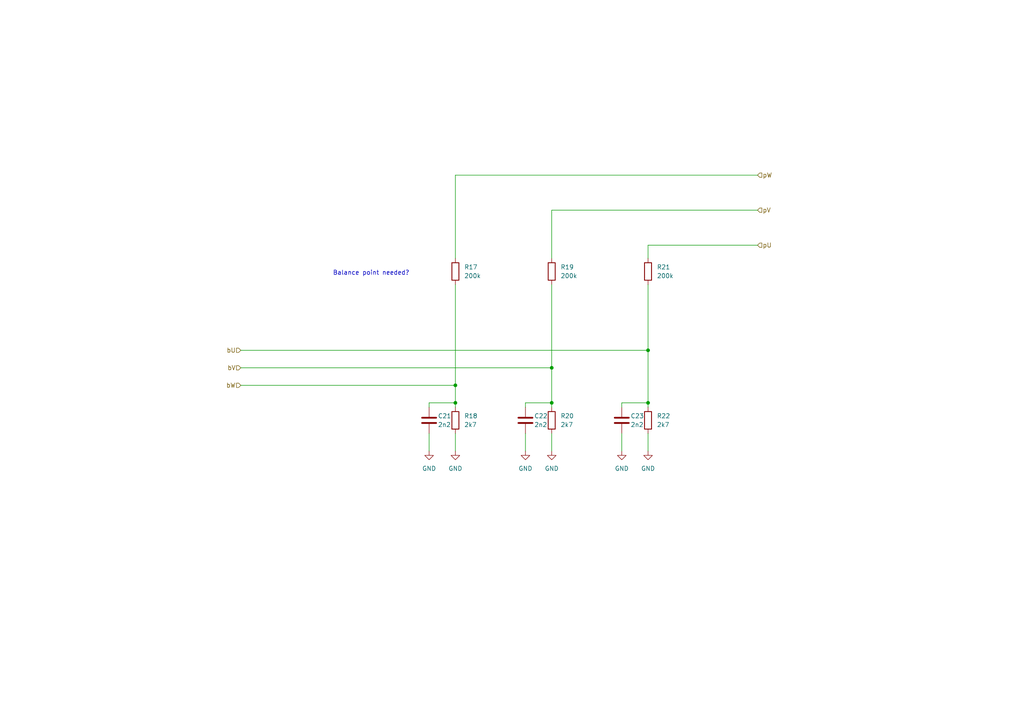
<source format=kicad_sch>
(kicad_sch (version 20211123) (generator eeschema)
  (paper "A4")
  (lib_symbols
    (symbol "Device:C" (pin_numbers hide) (pin_names (offset 0.254))
      (property "Reference" "C" (at 0.635 2.54 0))
      (property "Value" "C" (at 0.635 -2.54 0))
      (symbol "C_0_1"
        (polyline (pts (xy -2.032 -0.762) (xy 2.032 -0.762)) (stroke (width 0.508)))
        (polyline (pts (xy -2.032 0.762) (xy 2.032 0.762)) (stroke (width 0.508)))
      )
      (symbol "C_1_1"
        (pin passive line (at 0 3.81 270) (length 2.794) (name "~") (number "1"))
        (pin passive line (at 0 -3.81 90) (length 2.794) (name "~") (number "2"))
      )
    )
    (symbol "Device:R" (pin_numbers hide) (pin_names (offset 0))
      (property "Reference" "R" (at 2.032 0 90))
      (property "Value" "R" (at 0 0 90))
      (symbol "R_0_1"
        (rectangle (start -1.016 -2.54) (end 1.016 2.54) (stroke (width 0.254)))
      )
      (symbol "R_1_1"
        (pin passive line (at 0 3.81 270) (length 1.27) (name "~") (number "1"))
        (pin passive line (at 0 -3.81 90) (length 1.27) (name "~") (number "2"))
      )
    )
    (symbol "power:GND" (power) (pin_names (offset 0))
      (property "Value" "GND" (at 0 -3.81 0))
      (symbol "GND_0_1"
        (polyline (pts (xy 0 0) (xy 0 -1.27) (xy 1.27 -1.27) (xy 0 -2.54) (xy -1.27 -1.27) (xy 0 -1.27)))
      )
      (symbol "GND_1_1"
        (pin power_in line (at 0 0 270) (length 0) hide (name "GND") (number "1"))
      )
    )
  )
  (junction (at 187.96 101.6))
  (junction (at 132.08 111.76))
  (junction (at 132.08 116.84))
  (junction (at 187.96 116.84))
  (junction (at 160.02 116.84))
  (junction (at 160.02 106.68))
  (wire (pts (xy 132.08 82.55) (xy 132.08 111.76)))
  (wire (pts (xy 124.46 118.11) (xy 124.46 116.84)))
  (wire (pts (xy 69.85 101.6) (xy 187.96 101.6)))
  (wire (pts (xy 187.96 74.93) (xy 187.96 71.12)))
  (wire (pts (xy 187.96 116.84) (xy 187.96 118.11)))
  (wire (pts (xy 132.08 74.93) (xy 132.08 50.8)))
  (wire (pts (xy 69.85 106.68) (xy 160.02 106.68)))
  (wire (pts (xy 124.46 125.73) (xy 124.46 130.81)))
  (wire (pts (xy 152.4 125.73) (xy 152.4 130.81)))
  (wire (pts (xy 187.96 82.55) (xy 187.96 101.6)))
  (wire (pts (xy 160.02 116.84) (xy 160.02 118.11)))
  (wire (pts (xy 160.02 82.55) (xy 160.02 106.68)))
  (wire (pts (xy 132.08 111.76) (xy 132.08 116.84)))
  (wire (pts (xy 132.08 50.8) (xy 219.71 50.8)))
  (wire (pts (xy 180.34 118.11) (xy 180.34 116.84)))
  (wire (pts (xy 160.02 60.96) (xy 219.71 60.96)))
  (wire (pts (xy 152.4 116.84) (xy 160.02 116.84)))
  (wire (pts (xy 187.96 101.6) (xy 187.96 116.84)))
  (wire (pts (xy 132.08 125.73) (xy 132.08 130.81)))
  (wire (pts (xy 180.34 116.84) (xy 187.96 116.84)))
  (wire (pts (xy 124.46 116.84) (xy 132.08 116.84)))
  (wire (pts (xy 160.02 74.93) (xy 160.02 60.96)))
  (wire (pts (xy 187.96 125.73) (xy 187.96 130.81)))
  (wire (pts (xy 160.02 125.73) (xy 160.02 130.81)))
  (wire (pts (xy 180.34 125.73) (xy 180.34 130.81)))
  (wire (pts (xy 160.02 106.68) (xy 160.02 116.84)))
  (wire (pts (xy 69.85 111.76) (xy 132.08 111.76)))
  (wire (pts (xy 187.96 71.12) (xy 219.71 71.12)))
  (wire (pts (xy 132.08 116.84) (xy 132.08 118.11)))
  (wire (pts (xy 152.4 118.11) (xy 152.4 116.84)))
  (text "Balance point needed?\n" (at 96.52 80.01 0) (effects (font (size 1.27 1.27)) (justify left bottom)))
  (hierarchical_label "bW" (shape input) (at 69.85 111.76 180))
  (hierarchical_label "pU" (shape input) (at 219.71 71.12 0))
  (hierarchical_label "pV" (shape input) (at 219.71 60.96 0))
  (hierarchical_label "pW" (shape input) (at 219.71 50.8 0))
  (hierarchical_label "bV" (shape input) (at 69.85 106.68 180))
  (hierarchical_label "bU" (shape input) (at 69.85 101.6 180))
  (symbol (lib_id "Device:R") (at 132.08 78.74 0) (unit 1)
    (property "Reference" "R17" (at 134.62 77.4699 0) (effects (justify left)))
    (property "Value" "200k" (at 134.62 80.0099 0) (effects (justify left)))
    (property "Footprint" "Resistor_SMD:R_0805_2012Metric" (effects hide))
  )
  (symbol (lib_id "power:GND") (at 152.4 130.81 0) (unit 1)
    (property "Reference" "#PWR0144" (effects hide))
    (property "Value" "GND" (at 152.4 135.89 0))
  )
  (symbol (lib_id "Device:R") (at 160.02 121.92 0) (unit 1)
    (property "Reference" "R20" (at 162.56 120.6499 0) (effects (justify left)))
    (property "Value" "2k7" (at 162.56 123.1899 0) (effects (justify left)))
    (property "Footprint" "Resistor_SMD:R_0603_1608Metric" (effects hide))
  )
  (symbol (lib_id "power:GND") (at 187.96 130.81 0) (unit 1)
    (property "Reference" "#PWR0142" (effects hide))
    (property "Value" "GND" (at 187.96 135.89 0))
  )
  (symbol (lib_id "Device:R") (at 187.96 78.74 0) (unit 1)
    (property "Reference" "R21" (at 190.5 77.4699 0) (effects (justify left)))
    (property "Value" "200k" (at 190.5 80.0099 0) (effects (justify left)))
    (property "Footprint" "Resistor_SMD:R_0805_2012Metric" (effects hide))
  )
  (symbol (lib_id "Device:C") (at 124.46 121.92 0) (unit 1)
    (property "Reference" "C21" (at 127 120.65 0) (effects (justify left)))
    (property "Value" "2n2" (at 127 123.19 0) (effects (justify left)))
    (property "Footprint" "Capacitor_SMD:C_0603_1608Metric" (effects hide))
  )
  (symbol (lib_id "power:GND") (at 132.08 130.81 0) (unit 1)
    (property "Reference" "#PWR0145" (effects hide))
    (property "Value" "GND" (at 132.08 135.89 0))
  )
  (symbol (lib_id "Device:R") (at 132.08 121.92 0) (unit 1)
    (property "Reference" "R18" (at 134.62 120.6499 0) (effects (justify left)))
    (property "Value" "2k7" (at 134.62 123.1899 0) (effects (justify left)))
    (property "Footprint" "Resistor_SMD:R_0603_1608Metric" (effects hide))
  )
  (symbol (lib_id "Device:C") (at 152.4 121.92 0) (unit 1)
    (property "Reference" "C22" (at 154.94 120.65 0) (effects (justify left)))
    (property "Value" "2n2" (at 154.94 123.19 0) (effects (justify left)))
    (property "Footprint" "Capacitor_SMD:C_0603_1608Metric" (effects hide))
  )
  (symbol (lib_id "power:GND") (at 180.34 130.81 0) (unit 1)
    (property "Reference" "#PWR0141" (effects hide))
    (property "Value" "GND" (at 180.34 135.89 0))
  )
  (symbol (lib_id "power:GND") (at 160.02 130.81 0) (unit 1)
    (property "Reference" "#PWR0143" (effects hide))
    (property "Value" "GND" (at 160.02 135.89 0))
  )
  (symbol (lib_id "Device:C") (at 180.34 121.92 0) (unit 1)
    (property "Reference" "C23" (at 182.88 120.65 0) (effects (justify left)))
    (property "Value" "2n2" (at 182.88 123.19 0) (effects (justify left)))
    (property "Footprint" "Capacitor_SMD:C_0603_1608Metric" (effects hide))
  )
  (symbol (lib_id "power:GND") (at 124.46 130.81 0) (unit 1)
    (property "Reference" "#PWR0146" (effects hide))
    (property "Value" "GND" (at 124.46 135.89 0))
  )
  (symbol (lib_id "Device:R") (at 187.96 121.92 0) (unit 1)
    (property "Reference" "R22" (at 190.5 120.6499 0) (effects (justify left)))
    (property "Value" "2k7" (at 190.5 123.1899 0) (effects (justify left)))
    (property "Footprint" "Resistor_SMD:R_0603_1608Metric" (effects hide))
  )
  (symbol (lib_id "Device:R") (at 160.02 78.74 0) (unit 1)
    (property "Reference" "R19" (at 162.56 77.4699 0) (effects (justify left)))
    (property "Value" "200k" (at 162.56 80.0099 0) (effects (justify left)))
    (property "Footprint" "Resistor_SMD:R_0805_2012Metric" (effects hide))
  )
)
</source>
